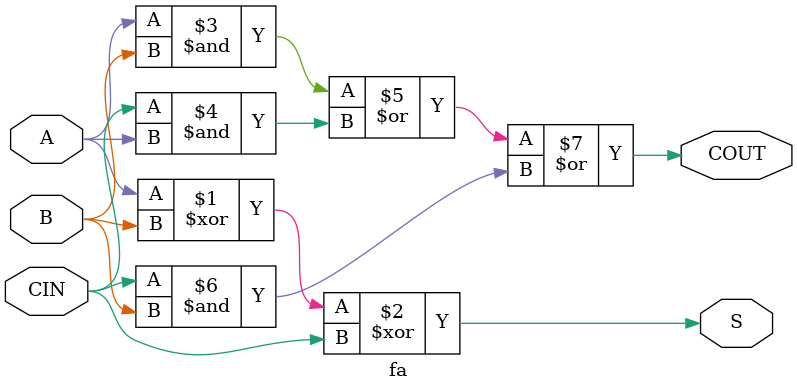
<source format=v>
`timescale 1ns / 1ps


module adder(
    input wire [7:0] in1,
    input wire [7:0] in2,
    input wire sub, // 0 if addition , 1 for subtraction
    output wire [7:0] out
    );
    
    reg [7:0] tmp;
    
    wire s0,s1,s2,s3,s4,s5,s6,s7;
    wire co0,co1,co2,co3,co4,co5,co6,co7;
    
    fa f0(in1[0],in2[0],1'b0,s0,co0);
    fa f1(in1[1],in2[1],co0,s1,co1);
    fa f2(in1[2],in2[2],co1,s2,co2);
    fa f3(in1[3],in2[3],co2,s3,co3);
    fa f4(in1[4],in2[4],co3,s4,co4);
    fa f5(in1[5],in2[5],co4,s5,co5);
    fa f6(in1[6],in2[6],co5,s6,co6);
    fa f7(in1[7],in2[7],co6,s7,co7); // dont care co7
    
    // addition of a 2's compliment is just regular addition
    // where we neglect the carry out.
        
    // fliped the bits (already done when pass in2) and add 1 if sub
    assign out = {s7,s6,s5,s4,s3,s2,s1,s0} + sub;

    
endmodule 


module fa( input A,
       input B,
       input CIN,
       output S,
       output COUT
       );
       
       assign S = A^B^CIN;
       assign COUT = (A&B) | (CIN&A) | (CIN&B);

endmodule

</source>
